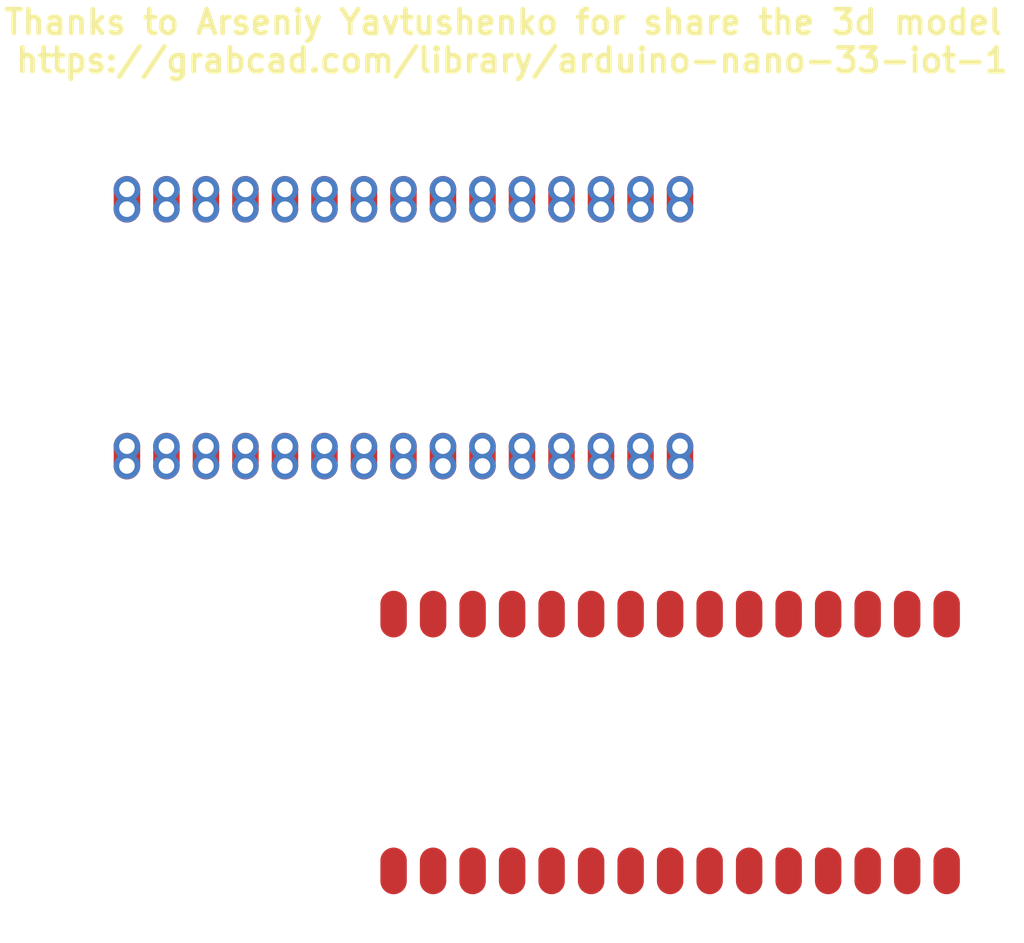
<source format=kicad_pcb>
(kicad_pcb (version 20171130) (host pcbnew 5.1.4-e60b266~84~ubuntu18.04.1)

  (general
    (thickness 1.6002)
    (drawings 1)
    (tracks 0)
    (zones 0)
    (modules 2)
    (nets 29)
  )

  (page USLetter)
  (title_block
    (rev 1)
  )

  (layers
    (0 Front signal)
    (31 Back signal)
    (34 B.Paste user)
    (35 F.Paste user)
    (36 B.SilkS user)
    (37 F.SilkS user)
    (38 B.Mask user)
    (39 F.Mask user)
    (44 Edge.Cuts user)
    (45 Margin user)
    (46 B.CrtYd user)
    (47 F.CrtYd user)
    (49 F.Fab user)
  )

  (setup
    (last_trace_width 0.254)
    (user_trace_width 0.254)
    (user_trace_width 0.508)
    (user_trace_width 0.762)
    (trace_clearance 0.1524)
    (zone_clearance 0.508)
    (zone_45_only no)
    (trace_min 0.1524)
    (via_size 0.6858)
    (via_drill 0.3302)
    (via_min_size 0.508)
    (via_min_drill 0.254)
    (user_via 0.6858 0.3302)
    (user_via 0.889 0.381)
    (uvia_size 0.6858)
    (uvia_drill 0.3302)
    (uvias_allowed no)
    (uvia_min_size 0)
    (uvia_min_drill 0)
    (edge_width 0.0381)
    (segment_width 0.254)
    (pcb_text_width 0.3048)
    (pcb_text_size 1.524 1.524)
    (mod_edge_width 0.127)
    (mod_text_size 0.762 0.762)
    (mod_text_width 0.127)
    (pad_size 1.524 1.524)
    (pad_drill 0.762)
    (pad_to_mask_clearance 0)
    (solder_mask_min_width 0.1016)
    (aux_axis_origin 0 0)
    (visible_elements FFFFFF7F)
    (pcbplotparams
      (layerselection 0x010fc_ffffffff)
      (usegerberextensions false)
      (usegerberattributes false)
      (usegerberadvancedattributes false)
      (creategerberjobfile false)
      (excludeedgelayer true)
      (linewidth 0.152400)
      (plotframeref false)
      (viasonmask false)
      (mode 1)
      (useauxorigin false)
      (hpglpennumber 1)
      (hpglpenspeed 20)
      (hpglpendiameter 15.000000)
      (psnegative false)
      (psa4output false)
      (plotreference true)
      (plotvalue false)
      (plotinvisibletext false)
      (padsonsilk false)
      (subtractmaskfromsilk true)
      (outputformat 1)
      (mirror false)
      (drillshape 0)
      (scaleselection 1)
      (outputdirectory "./gerbers"))
  )

  (net 0 "")
  (net 1 /RESET)
  (net 2 /A5-SCL)
  (net 3 /A4-SDA)
  (net 4 /A3)
  (net 5 /A6)
  (net 6 /A7)
  (net 7 /A2)
  (net 8 /GND)
  (net 9 /A1)
  (net 10 /A0)
  (net 11 /AREF)
  (net 12 /+3V3)
  (net 13 /SCK)
  (net 14 /VIN)
  (net 15 /VUSB)
  (net 16 /TX)
  (net 17 /RX)
  (net 18 /D2)
  (net 19 /D3-)
  (net 20 /D4)
  (net 21 /D5-)
  (net 22 /D6-)
  (net 23 /D7)
  (net 24 /D8)
  (net 25 /D9-)
  (net 26 /D10-)
  (net 27 /MOSI)
  (net 28 /MISO-)

  (net_class Default "This is the default net class."
    (clearance 0.1524)
    (trace_width 0.254)
    (via_dia 0.6858)
    (via_drill 0.3302)
    (uvia_dia 0.6858)
    (uvia_drill 0.3302)
    (diff_pair_width 0.1524)
    (diff_pair_gap 0.254)
    (add_net /+3V3)
    (add_net /A0)
    (add_net /A1)
    (add_net /A2)
    (add_net /A3)
    (add_net /A4-SDA)
    (add_net /A5-SCL)
    (add_net /A6)
    (add_net /A7)
    (add_net /AREF)
    (add_net /D10-)
    (add_net /D2)
    (add_net /D3-)
    (add_net /D4)
    (add_net /D5-)
    (add_net /D6-)
    (add_net /D7)
    (add_net /D8)
    (add_net /D9-)
    (add_net /GND)
    (add_net /MISO-)
    (add_net /MOSI)
    (add_net /RESET)
    (add_net /RX)
    (add_net /SCK)
    (add_net /TX)
    (add_net /VIN)
    (add_net /VUSB)
  )

  (module Arduino:NANO_33_Footprint_SMD_Castell (layer Front) (tedit 5D644E30) (tstamp 5D645453)
    (at 167.64 107.315)
    (descr "Through hole straight socket strip, 1x15, 2.54mm pitch")
    (tags "Through hole socket strip THT 1x15 2.54mm single row")
    (fp_text reference REF** (at 0 -13.335) (layer F.Fab)
      (effects (font (size 1 1) (thickness 0.15)))
    )
    (fp_text value NANO_33_Footprint_SMD_Castell (at 0 12.065) (layer F.Fab)
      (effects (font (size 1 1) (thickness 0.15)))
    )
    (fp_text user %R (at 0 -7.62) (layer F.Fab)
      (effects (font (size 1 1) (thickness 0.15)))
    )
    (fp_line (start -19.05 -8.89) (end 19.05 -8.89) (layer F.Fab) (width 0.1))
    (fp_line (start -19.05 -6.35) (end -19.05 -8.89) (layer F.Fab) (width 0.1))
    (fp_line (start 18.415 -6.35) (end -19.05 -6.35) (layer F.Fab) (width 0.1))
    (fp_line (start 19.05 -6.985) (end 18.415 -6.35) (layer F.Fab) (width 0.1))
    (fp_line (start 19.05 -8.89) (end 19.05 -6.985) (layer F.Fab) (width 0.1))
    (fp_line (start -19.05 8.89) (end -19.05 6.985) (layer F.Fab) (width 0.1))
    (fp_line (start -19.05 6.985) (end -18.415 6.35) (layer F.Fab) (width 0.1))
    (fp_line (start -18.415 6.35) (end 19.05 6.35) (layer F.Fab) (width 0.1))
    (fp_line (start 19.05 6.35) (end 19.05 8.89) (layer F.Fab) (width 0.1))
    (fp_line (start 19.05 8.89) (end -19.05 8.89) (layer F.Fab) (width 0.1))
    (fp_text user %R (at 0 7.62 180) (layer F.Fab)
      (effects (font (size 1 1) (thickness 0.15)))
    )
    (fp_line (start 22 8.89) (end 22 -8.89) (layer F.Fab) (width 0.12))
    (fp_line (start -22 8.89) (end 22 8.89) (layer F.Fab) (width 0.12))
    (fp_line (start -22 8.89) (end -22 -8.89) (layer F.Fab) (width 0.12))
    (fp_line (start -22 -8.89) (end 22 -8.89) (layer F.Fab) (width 0.12))
    (fp_poly (pts (xy -22.86 3.175) (xy -18.415 3.175) (xy -18.415 -3.175) (xy -22.86 -3.175)) (layer F.Fab) (width 0.1))
    (fp_poly (pts (xy -3.175 3.175) (xy 3.175 3.175) (xy 3.175 -3.175) (xy -3.175 -3.175)) (layer F.Fab) (width 0.1))
    (fp_poly (pts (xy 8.89 4.445) (xy 21.59 4.445) (xy 21.59 -4.445) (xy 8.89 -4.445)) (layer F.Fab) (width 0.1))
    (pad 16 smd oval (at 17.78 -8.255 270) (size 3 1.7) (layers Front F.Mask))
    (pad 17 smd oval (at 15.24 -8.255 270) (size 3 1.7) (layers Front F.Mask))
    (pad 18 smd oval (at 12.7 -8.255 270) (size 3 1.7) (layers Front F.Mask))
    (pad 19 smd oval (at 10.16 -8.255 270) (size 3 1.7) (layers Front F.Mask))
    (pad 20 smd oval (at 7.62 -8.255 270) (size 3 1.7) (layers Front F.Mask))
    (pad 21 smd oval (at 5.08 -8.255 270) (size 3 1.7) (layers Front F.Mask))
    (pad 22 smd oval (at 2.54 -8.255 270) (size 3 1.7) (layers Front F.Mask))
    (pad 23 smd oval (at 0 -8.255 270) (size 3 1.7) (layers Front F.Mask))
    (pad 24 smd oval (at -2.54 -8.255 270) (size 3 1.7) (layers Front F.Mask))
    (pad 25 smd oval (at -5.08 -8.255 270) (size 3 1.7) (layers Front F.Mask))
    (pad 26 smd oval (at -7.62 -8.255 270) (size 3 1.7) (layers Front F.Mask))
    (pad 27 smd oval (at -10.16 -8.255 270) (size 3 1.7) (layers Front F.Mask))
    (pad 28 smd oval (at -12.7 -8.255 270) (size 3 1.7) (layers Front F.Mask))
    (pad 29 smd oval (at -15.24 -8.255 270) (size 3 1.7) (layers Front F.Mask))
    (pad 30 smd oval (at -17.78 -8.255 270) (size 3 1.7) (layers Front F.Mask))
    (pad 2 smd oval (at -15.24 8.255 90) (size 3 1.7) (layers Front F.Mask))
    (pad 15 smd oval (at 17.78 8.255 90) (size 3 1.7) (layers Front F.Mask))
    (pad 8 smd oval (at 0 8.255 90) (size 3 1.7) (layers Front F.Mask))
    (pad 6 smd oval (at -5.08 8.255 90) (size 3 1.7) (layers Front F.Mask))
    (pad 7 smd oval (at -2.54 8.255 90) (size 3 1.7) (layers Front F.Mask))
    (pad 9 smd oval (at 2.54 8.255 90) (size 3 1.7) (layers Front F.Mask))
    (pad 10 smd oval (at 5.08 8.255 90) (size 3 1.7) (layers Front F.Mask))
    (pad 4 smd oval (at -10.16 8.255 90) (size 3 1.7) (layers Front F.Mask))
    (pad 14 smd oval (at 15.24 8.255 90) (size 3 1.7) (layers Front F.Mask))
    (pad 1 smd oval (at -17.78 8.255 90) (size 3 1.7) (layers Front F.Mask))
    (pad 12 smd oval (at 10.16 8.255 90) (size 3 1.7) (layers Front F.Mask))
    (pad 13 smd oval (at 12.7 8.255 90) (size 3 1.7) (layers Front F.Mask))
    (pad 5 smd oval (at -7.62 8.255 90) (size 3 1.7) (layers Front F.Mask))
    (pad 3 smd oval (at -12.7 8.255 90) (size 3 1.7) (layers Front F.Mask))
    (pad 11 smd oval (at 7.62 8.255 90) (size 3 1.7) (layers Front F.Mask))
    (model "${KISYS3DMOD}/Arduino.3dshapes/Arduino Nano 33 IoT.stp"
      (offset (xyz 0.5 0 0))
      (scale (xyz 1 1 1))
      (rotate (xyz -90 0 90))
    )
  )

  (module Arduino:NANO_33_Socket_Castell (layer Front) (tedit 5D644DC5) (tstamp 5D64C2D6)
    (at 150.495 80.645)
    (descr "Through hole straight socket strip, 1x15, 2.54mm pitch")
    (tags "Through hole socket strip THT 1x15 2.54mm single row")
    (path /5D64506B)
    (fp_text reference J1 (at 0 -13.335) (layer F.Fab)
      (effects (font (size 1 1) (thickness 0.15)))
    )
    (fp_text value Arduino-NANO-33 (at 0 12.065) (layer F.Fab)
      (effects (font (size 1 1) (thickness 0.15)))
    )
    (fp_poly (pts (xy 8.89 4.445) (xy 21.59 4.445) (xy 21.59 -4.445) (xy 8.89 -4.445)) (layer F.Fab) (width 0.1))
    (fp_poly (pts (xy -3.175 3.175) (xy 3.175 3.175) (xy 3.175 -3.175) (xy -3.175 -3.175)) (layer F.Fab) (width 0.1))
    (fp_poly (pts (xy -22.86 3.175) (xy -18.415 3.175) (xy -18.415 -3.175) (xy -22.86 -3.175)) (layer F.Fab) (width 0.1))
    (fp_line (start -22 -8.89) (end 22 -8.89) (layer F.Fab) (width 0.12))
    (fp_line (start -22 8.89) (end -22 -8.89) (layer F.Fab) (width 0.12))
    (fp_line (start -22 8.89) (end 22 8.89) (layer F.Fab) (width 0.12))
    (fp_line (start 22 8.89) (end 22 -8.89) (layer F.Fab) (width 0.12))
    (fp_text user %R (at 0 7.62 180) (layer F.Fab)
      (effects (font (size 1 1) (thickness 0.15)))
    )
    (fp_line (start 19.05 8.89) (end -19.05 8.89) (layer F.Fab) (width 0.1))
    (fp_line (start 19.05 6.35) (end 19.05 8.89) (layer F.Fab) (width 0.1))
    (fp_line (start -18.415 6.35) (end 19.05 6.35) (layer F.Fab) (width 0.1))
    (fp_line (start -19.05 6.985) (end -18.415 6.35) (layer F.Fab) (width 0.1))
    (fp_line (start -19.05 8.89) (end -19.05 6.985) (layer F.Fab) (width 0.1))
    (fp_line (start 19.05 -8.89) (end 19.05 -6.985) (layer F.Fab) (width 0.1))
    (fp_line (start 19.05 -6.985) (end 18.415 -6.35) (layer F.Fab) (width 0.1))
    (fp_line (start 18.415 -6.35) (end -19.05 -6.35) (layer F.Fab) (width 0.1))
    (fp_line (start -19.05 -6.35) (end -19.05 -8.89) (layer F.Fab) (width 0.1))
    (fp_line (start -19.05 -8.89) (end 19.05 -8.89) (layer F.Fab) (width 0.1))
    (fp_text user %R (at 0 -7.62) (layer F.Fab)
      (effects (font (size 1 1) (thickness 0.15)))
    )
    (pad "" smd oval (at 7.62 8.255 90) (size 3 1.7) (layers Front F.Mask))
    (pad "" thru_hole circle (at 10.16 8.89 90) (size 1.7 1.7) (drill 1) (layers *.Cu *.Mask))
    (pad "" smd oval (at -12.7 8.255 90) (size 3 1.7) (layers Front F.Mask))
    (pad "" smd oval (at -7.62 8.255 90) (size 3 1.7) (layers Front F.Mask))
    (pad "" smd oval (at 12.7 8.255 90) (size 3 1.7) (layers Front F.Mask))
    (pad "" smd oval (at 10.16 8.255 90) (size 3 1.7) (layers Front F.Mask))
    (pad "" thru_hole circle (at -2.54 8.89 90) (size 1.7 1.7) (drill 1) (layers *.Cu *.Mask))
    (pad 13 thru_hole oval (at 12.7 7.62 90) (size 1.7 1.7) (drill 1) (layers *.Cu *.Mask)
      (net 1 /RESET))
    (pad "" thru_hole circle (at -17.78 8.89 90) (size 1.7 1.7) (drill 1) (layers *.Cu *.Mask))
    (pad 9 thru_hole oval (at 2.54 7.62 90) (size 1.7 1.7) (drill 1) (layers *.Cu *.Mask)
      (net 2 /A5-SCL))
    (pad 8 thru_hole oval (at 0 7.62 90) (size 1.7 1.7) (drill 1) (layers *.Cu *.Mask)
      (net 3 /A4-SDA))
    (pad "" thru_hole circle (at -10.16 8.89 90) (size 1.7 1.7) (drill 1) (layers *.Cu *.Mask))
    (pad "" thru_hole circle (at 0 8.89 90) (size 1.7 1.7) (drill 1) (layers *.Cu *.Mask))
    (pad "" thru_hole circle (at 2.54 8.89 90) (size 1.7 1.7) (drill 1) (layers *.Cu *.Mask))
    (pad "" smd oval (at -17.78 8.255 90) (size 3 1.7) (layers Front F.Mask))
    (pad "" smd oval (at 15.24 8.255 90) (size 3 1.7) (layers Front F.Mask))
    (pad "" thru_hole circle (at -5.08 8.89 90) (size 1.7 1.7) (drill 1) (layers *.Cu *.Mask))
    (pad "" thru_hole circle (at 5.08 8.89 90) (size 1.7 1.7) (drill 1) (layers *.Cu *.Mask))
    (pad 7 thru_hole oval (at -2.54 7.62 90) (size 1.7 1.7) (drill 1) (layers *.Cu *.Mask)
      (net 4 /A3))
    (pad "" smd oval (at -10.16 8.255 90) (size 3 1.7) (layers Front F.Mask))
    (pad 10 thru_hole oval (at 5.08 7.62 90) (size 1.7 1.7) (drill 1) (layers *.Cu *.Mask)
      (net 5 /A6))
    (pad 11 thru_hole oval (at 7.62 7.62 90) (size 1.7 1.7) (drill 1) (layers *.Cu *.Mask)
      (net 6 /A7))
    (pad "" smd oval (at 5.08 8.255 90) (size 3 1.7) (layers Front F.Mask))
    (pad "" smd oval (at 2.54 8.255 90) (size 3 1.7) (layers Front F.Mask))
    (pad "" thru_hole circle (at 7.62 8.89 90) (size 1.7 1.7) (drill 1) (layers *.Cu *.Mask))
    (pad 6 thru_hole oval (at -5.08 7.62 90) (size 1.7 1.7) (drill 1) (layers *.Cu *.Mask)
      (net 7 /A2))
    (pad 14 thru_hole oval (at 15.24 7.62 90) (size 1.7 1.7) (drill 1) (layers *.Cu *.Mask)
      (net 8 /GND))
    (pad 5 thru_hole oval (at -7.62 7.62 90) (size 1.7 1.7) (drill 1) (layers *.Cu *.Mask)
      (net 9 /A1))
    (pad 4 thru_hole oval (at -10.16 7.62 90) (size 1.7 1.7) (drill 1) (layers *.Cu *.Mask)
      (net 10 /A0))
    (pad 3 thru_hole oval (at -12.7 7.62 90) (size 1.7 1.7) (drill 1) (layers *.Cu *.Mask)
      (net 11 /AREF))
    (pad 2 thru_hole oval (at -15.24 7.62 90) (size 1.7 1.7) (drill 1) (layers *.Cu *.Mask)
      (net 12 /+3V3))
    (pad 1 thru_hole circle (at -17.78 7.62 90) (size 1.7 1.7) (drill 1) (layers *.Cu *.Mask)
      (net 13 /SCK))
    (pad "" smd oval (at -2.54 8.255 90) (size 3 1.7) (layers Front F.Mask))
    (pad 15 thru_hole oval (at 17.78 7.62 90) (size 1.7 1.7) (drill 1) (layers *.Cu *.Mask)
      (net 14 /VIN))
    (pad "" smd oval (at -5.08 8.255 90) (size 3 1.7) (layers Front F.Mask))
    (pad 12 thru_hole oval (at 10.16 7.62 90) (size 1.7 1.7) (drill 1) (layers *.Cu *.Mask)
      (net 15 /VUSB))
    (pad "" thru_hole circle (at 15.24 8.89 90) (size 1.7 1.7) (drill 1) (layers *.Cu *.Mask))
    (pad "" thru_hole circle (at -7.62 8.89 90) (size 1.7 1.7) (drill 1) (layers *.Cu *.Mask))
    (pad "" thru_hole circle (at 17.78 8.89 90) (size 1.7 1.7) (drill 1) (layers *.Cu *.Mask))
    (pad "" smd oval (at 0 8.255 90) (size 3 1.7) (layers Front F.Mask))
    (pad "" smd oval (at 17.78 8.255 90) (size 3 1.7) (layers Front F.Mask))
    (pad "" smd oval (at -15.24 8.255 90) (size 3 1.7) (layers Front F.Mask))
    (pad "" thru_hole circle (at -15.24 8.89 90) (size 1.7 1.7) (drill 1) (layers *.Cu *.Mask))
    (pad "" thru_hole circle (at 12.7 8.89 90) (size 1.7 1.7) (drill 1) (layers *.Cu *.Mask))
    (pad "" thru_hole circle (at -12.7 8.89 90) (size 1.7 1.7) (drill 1) (layers *.Cu *.Mask))
    (pad "" smd oval (at -17.78 -8.255 270) (size 3 1.7) (layers Front F.Mask))
    (pad "" smd oval (at -15.24 -8.255 270) (size 3 1.7) (layers Front F.Mask))
    (pad "" smd oval (at -12.7 -8.255 270) (size 3 1.7) (layers Front F.Mask))
    (pad "" smd oval (at -10.16 -8.255 270) (size 3 1.7) (layers Front F.Mask))
    (pad "" smd oval (at -7.62 -8.255 270) (size 3 1.7) (layers Front F.Mask))
    (pad "" smd oval (at -5.08 -8.255 270) (size 3 1.7) (layers Front F.Mask))
    (pad "" smd oval (at -2.54 -8.255 270) (size 3 1.7) (layers Front F.Mask))
    (pad "" smd oval (at 0 -8.255 270) (size 3 1.7) (layers Front F.Mask))
    (pad "" smd oval (at 2.54 -8.255 270) (size 3 1.7) (layers Front F.Mask))
    (pad "" smd oval (at 5.08 -8.255 270) (size 3 1.7) (layers Front F.Mask))
    (pad "" smd oval (at 7.62 -8.255 270) (size 3 1.7) (layers Front F.Mask))
    (pad "" smd oval (at 10.16 -8.255 270) (size 3 1.7) (layers Front F.Mask))
    (pad "" smd oval (at 12.7 -8.255 270) (size 3 1.7) (layers Front F.Mask))
    (pad "" smd oval (at 15.24 -8.255 270) (size 3 1.7) (layers Front F.Mask))
    (pad "" thru_hole circle (at -15.24 -8.89 270) (size 1.7 1.7) (drill 1) (layers *.Cu *.Mask))
    (pad "" thru_hole circle (at -17.78 -8.89 270) (size 1.7 1.7) (drill 1) (layers *.Cu *.Mask))
    (pad "" thru_hole circle (at -12.7 -8.89 270) (size 1.7 1.7) (drill 1) (layers *.Cu *.Mask))
    (pad "" thru_hole circle (at -5.08 -8.89 270) (size 1.7 1.7) (drill 1) (layers *.Cu *.Mask))
    (pad "" thru_hole circle (at -10.16 -8.89 270) (size 1.7 1.7) (drill 1) (layers *.Cu *.Mask))
    (pad "" thru_hole circle (at -7.62 -8.89 270) (size 1.7 1.7) (drill 1) (layers *.Cu *.Mask))
    (pad "" thru_hole circle (at 0 -8.89 270) (size 1.7 1.7) (drill 1) (layers *.Cu *.Mask))
    (pad "" thru_hole circle (at -2.54 -8.89 270) (size 1.7 1.7) (drill 1) (layers *.Cu *.Mask))
    (pad "" thru_hole circle (at 2.54 -8.89 270) (size 1.7 1.7) (drill 1) (layers *.Cu *.Mask))
    (pad "" thru_hole circle (at 7.62 -8.89 270) (size 1.7 1.7) (drill 1) (layers *.Cu *.Mask))
    (pad "" thru_hole circle (at 5.08 -8.89 270) (size 1.7 1.7) (drill 1) (layers *.Cu *.Mask))
    (pad "" thru_hole circle (at 10.16 -8.89 270) (size 1.7 1.7) (drill 1) (layers *.Cu *.Mask))
    (pad "" thru_hole circle (at 12.7 -8.89 270) (size 1.7 1.7) (drill 1) (layers *.Cu *.Mask))
    (pad "" thru_hole circle (at 15.24 -8.89 270) (size 1.7 1.7) (drill 1) (layers *.Cu *.Mask))
    (pad "" smd oval (at 17.78 -8.255 270) (size 3 1.7) (layers Front F.Mask))
    (pad "" thru_hole circle (at 17.78 -8.89 270) (size 1.7 1.7) (drill 1) (layers *.Cu *.Mask))
    (pad 16 thru_hole circle (at 17.78 -7.62 270) (size 1.7 1.7) (drill 1) (layers *.Cu *.Mask)
      (net 16 /TX))
    (pad 17 thru_hole oval (at 15.24 -7.62 270) (size 1.7 1.7) (drill 1) (layers *.Cu *.Mask)
      (net 17 /RX))
    (pad 18 thru_hole oval (at 12.7 -7.62 270) (size 1.7 1.7) (drill 1) (layers *.Cu *.Mask)
      (net 1 /RESET))
    (pad 19 thru_hole oval (at 10.16 -7.62 270) (size 1.7 1.7) (drill 1) (layers *.Cu *.Mask)
      (net 8 /GND))
    (pad 20 thru_hole oval (at 7.62 -7.62 270) (size 1.7 1.7) (drill 1) (layers *.Cu *.Mask)
      (net 18 /D2))
    (pad 21 thru_hole oval (at 5.08 -7.62 270) (size 1.7 1.7) (drill 1) (layers *.Cu *.Mask)
      (net 19 /D3-))
    (pad 22 thru_hole oval (at 2.54 -7.62 270) (size 1.7 1.7) (drill 1) (layers *.Cu *.Mask)
      (net 20 /D4))
    (pad 23 thru_hole oval (at 0 -7.62 270) (size 1.7 1.7) (drill 1) (layers *.Cu *.Mask)
      (net 21 /D5-))
    (pad 24 thru_hole oval (at -2.54 -7.62 270) (size 1.7 1.7) (drill 1) (layers *.Cu *.Mask)
      (net 22 /D6-))
    (pad 25 thru_hole oval (at -5.08 -7.62 270) (size 1.7 1.7) (drill 1) (layers *.Cu *.Mask)
      (net 23 /D7))
    (pad 26 thru_hole oval (at -7.62 -7.62 270) (size 1.7 1.7) (drill 1) (layers *.Cu *.Mask)
      (net 24 /D8))
    (pad 27 thru_hole oval (at -10.16 -7.62 270) (size 1.7 1.7) (drill 1) (layers *.Cu *.Mask)
      (net 25 /D9-))
    (pad 28 thru_hole oval (at -12.7 -7.62 270) (size 1.7 1.7) (drill 1) (layers *.Cu *.Mask)
      (net 26 /D10-))
    (pad 29 thru_hole oval (at -15.24 -7.62 270) (size 1.7 1.7) (drill 1) (layers *.Cu *.Mask)
      (net 27 /MOSI))
    (pad 30 thru_hole oval (at -17.78 -7.62 270) (size 1.7 1.7) (drill 1) (layers *.Cu *.Mask)
      (net 28 /MISO-))
    (model "${KISYS3DMOD}/Arduino.3dshapes/Arduino Nano 33 IoT.stp"
      (offset (xyz 0.5 0 4))
      (scale (xyz 1 1 1))
      (rotate (xyz -90 0 90))
    )
    (model ${KISYS3DMOD}/Connector_PinHeader_2.54mm.3dshapes/PinHeader_1x15_P2.54mm_Vertical.wrl
      (offset (xyz 17.8 -7.6 3))
      (scale (xyz 1 1 1))
      (rotate (xyz 0 180 90))
    )
    (model ${KISYS3DMOD}/Connector_PinHeader_2.54mm.3dshapes/PinHeader_1x15_P2.54mm_Vertical.wrl
      (offset (xyz 17.8 7.6 3))
      (scale (xyz 1 1 1))
      (rotate (xyz 0 180 90))
    )
  )

  (gr_text "Thanks to Arseniy Yavtushenko for share the 3d model \nhttps://grabcad.com/library/arduino-nano-33-iot-1" (at 157.48 62.23) (layer F.SilkS)
    (effects (font (size 1.524 1.524) (thickness 0.3048)))
  )

)

</source>
